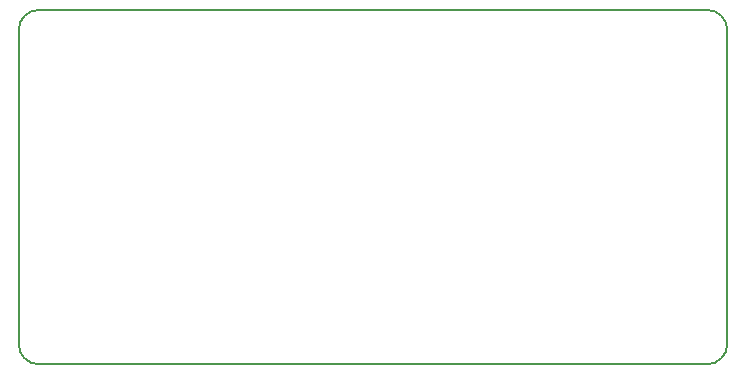
<source format=gbr>
%TF.GenerationSoftware,KiCad,Pcbnew,(6.0.2)*%
%TF.CreationDate,2022-04-09T20:57:27+08:00*%
%TF.ProjectId,Morse_code_PCB,4d6f7273-655f-4636-9f64-655f5043422e,rev?*%
%TF.SameCoordinates,Original*%
%TF.FileFunction,Profile,NP*%
%FSLAX46Y46*%
G04 Gerber Fmt 4.6, Leading zero omitted, Abs format (unit mm)*
G04 Created by KiCad (PCBNEW (6.0.2)) date 2022-04-09 20:57:27*
%MOMM*%
%LPD*%
G01*
G04 APERTURE LIST*
%TA.AperFunction,Profile*%
%ADD10C,0.150000*%
%TD*%
G04 APERTURE END LIST*
D10*
X130000000Y-160300000D02*
X130000000Y-133700000D01*
X70000000Y-133700000D02*
X70000000Y-160300000D01*
X128300000Y-132000000D02*
X71700000Y-132000000D01*
X130000000Y-133700000D02*
G75*
G03*
X128300000Y-132000000I-1699998J2D01*
G01*
X71700000Y-162000000D02*
X128300000Y-162000000D01*
X71700000Y-132000000D02*
G75*
G03*
X70000000Y-133700000I-2J-1699998D01*
G01*
X128300000Y-162000000D02*
G75*
G03*
X130000000Y-160300000I2J1699998D01*
G01*
X70000000Y-160300000D02*
G75*
G03*
X71700000Y-162000000I1699998J-2D01*
G01*
M02*

</source>
